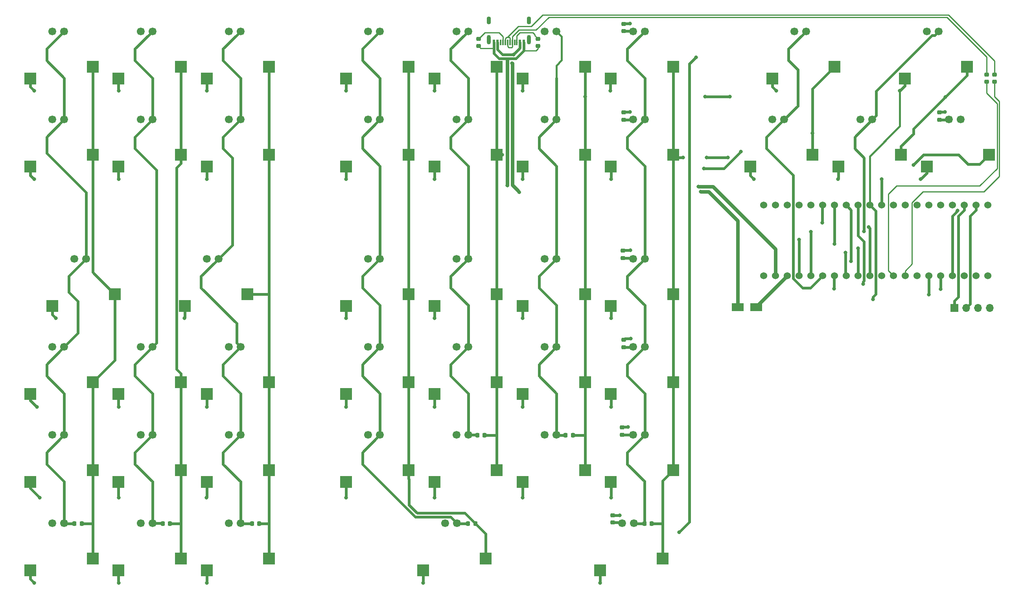
<source format=gbl>
G04 #@! TF.GenerationSoftware,KiCad,Pcbnew,(6.0.7)*
G04 #@! TF.CreationDate,2023-02-05T05:30:46+01:00*
G04 #@! TF.ProjectId,DaVinciKbd,44615669-6e63-4694-9b62-642e6b696361,rev?*
G04 #@! TF.SameCoordinates,Original*
G04 #@! TF.FileFunction,Copper,L2,Bot*
G04 #@! TF.FilePolarity,Positive*
%FSLAX46Y46*%
G04 Gerber Fmt 4.6, Leading zero omitted, Abs format (unit mm)*
G04 Created by KiCad (PCBNEW (6.0.7)) date 2023-02-05 05:30:46*
%MOMM*%
%LPD*%
G01*
G04 APERTURE LIST*
G04 Aperture macros list*
%AMRoundRect*
0 Rectangle with rounded corners*
0 $1 Rounding radius*
0 $2 $3 $4 $5 $6 $7 $8 $9 X,Y pos of 4 corners*
0 Add a 4 corners polygon primitive as box body*
4,1,4,$2,$3,$4,$5,$6,$7,$8,$9,$2,$3,0*
0 Add four circle primitives for the rounded corners*
1,1,$1+$1,$2,$3*
1,1,$1+$1,$4,$5*
1,1,$1+$1,$6,$7*
1,1,$1+$1,$8,$9*
0 Add four rect primitives between the rounded corners*
20,1,$1+$1,$2,$3,$4,$5,0*
20,1,$1+$1,$4,$5,$6,$7,0*
20,1,$1+$1,$6,$7,$8,$9,0*
20,1,$1+$1,$8,$9,$2,$3,0*%
G04 Aperture macros list end*
G04 #@! TA.AperFunction,SMDPad,CuDef*
%ADD10R,2.550000X2.500000*%
G04 #@! TD*
G04 #@! TA.AperFunction,ComponentPad*
%ADD11C,1.690600*%
G04 #@! TD*
G04 #@! TA.AperFunction,SMDPad,CuDef*
%ADD12RoundRect,0.218750X-0.218750X-0.256250X0.218750X-0.256250X0.218750X0.256250X-0.218750X0.256250X0*%
G04 #@! TD*
G04 #@! TA.AperFunction,ComponentPad*
%ADD13R,1.700000X1.700000*%
G04 #@! TD*
G04 #@! TA.AperFunction,ComponentPad*
%ADD14O,1.700000X1.700000*%
G04 #@! TD*
G04 #@! TA.AperFunction,SMDPad,CuDef*
%ADD15RoundRect,0.218750X-0.256250X0.218750X-0.256250X-0.218750X0.256250X-0.218750X0.256250X0.218750X0*%
G04 #@! TD*
G04 #@! TA.AperFunction,ComponentPad*
%ADD16C,1.524000*%
G04 #@! TD*
G04 #@! TA.AperFunction,SMDPad,CuDef*
%ADD17RoundRect,0.218750X0.256250X-0.218750X0.256250X0.218750X-0.256250X0.218750X-0.256250X-0.218750X0*%
G04 #@! TD*
G04 #@! TA.AperFunction,SMDPad,CuDef*
%ADD18R,0.600000X1.160000*%
G04 #@! TD*
G04 #@! TA.AperFunction,SMDPad,CuDef*
%ADD19R,0.300000X1.160000*%
G04 #@! TD*
G04 #@! TA.AperFunction,ComponentPad*
%ADD20O,0.900000X1.700000*%
G04 #@! TD*
G04 #@! TA.AperFunction,ComponentPad*
%ADD21O,0.900000X2.000000*%
G04 #@! TD*
G04 #@! TA.AperFunction,SMDPad,CuDef*
%ADD22R,2.500000X1.800000*%
G04 #@! TD*
G04 #@! TA.AperFunction,ViaPad*
%ADD23C,0.800000*%
G04 #@! TD*
G04 #@! TA.AperFunction,Conductor*
%ADD24C,0.600000*%
G04 #@! TD*
G04 #@! TA.AperFunction,Conductor*
%ADD25C,0.400000*%
G04 #@! TD*
G04 #@! TA.AperFunction,Conductor*
%ADD26C,0.800000*%
G04 #@! TD*
G04 #@! TA.AperFunction,Conductor*
%ADD27C,0.250000*%
G04 #@! TD*
G04 APERTURE END LIST*
D10*
X41410000Y-49540000D03*
X27985000Y-52080000D03*
D11*
X35270000Y-41920000D03*
X32730000Y-41920000D03*
D10*
X41410000Y-68540000D03*
X27985000Y-71080000D03*
D11*
X35270000Y-60920000D03*
X32730000Y-60920000D03*
D10*
X41410000Y-117540000D03*
X27985000Y-120080000D03*
D11*
X35270000Y-109920000D03*
X32730000Y-109920000D03*
D10*
X41410000Y-136540000D03*
X27985000Y-139080000D03*
D11*
X35270000Y-128920000D03*
X32730000Y-128920000D03*
D10*
X41410000Y-155540000D03*
X27985000Y-158080000D03*
D11*
X35270000Y-147920000D03*
X32730000Y-147920000D03*
D10*
X60410000Y-49540000D03*
X46985000Y-52080000D03*
D11*
X54270000Y-41920000D03*
X51730000Y-41920000D03*
D10*
X60410000Y-68540000D03*
X46985000Y-71080000D03*
D11*
X54270000Y-60920000D03*
X51730000Y-60920000D03*
D10*
X60410000Y-117540000D03*
X46985000Y-120080000D03*
D11*
X54270000Y-109920000D03*
X51730000Y-109920000D03*
D10*
X60410000Y-136540000D03*
X46985000Y-139080000D03*
D11*
X54270000Y-128920000D03*
X51730000Y-128920000D03*
D10*
X60410000Y-155540000D03*
X46985000Y-158080000D03*
D11*
X54270000Y-147920000D03*
X51730000Y-147920000D03*
D10*
X79410000Y-49540000D03*
X65985000Y-52080000D03*
D11*
X73270000Y-41920000D03*
X70730000Y-41920000D03*
D10*
X79410000Y-68540000D03*
X65985000Y-71080000D03*
D11*
X73270000Y-60920000D03*
X70730000Y-60920000D03*
D10*
X79410000Y-117540000D03*
X65985000Y-120080000D03*
D11*
X73270000Y-109920000D03*
X70730000Y-109920000D03*
D10*
X79410000Y-136540000D03*
X65985000Y-139080000D03*
D11*
X73270000Y-128920000D03*
X70730000Y-128920000D03*
D10*
X79410000Y-155540000D03*
X65985000Y-158080000D03*
D11*
X73270000Y-147920000D03*
X70730000Y-147920000D03*
D10*
X201160000Y-49540000D03*
X187735000Y-52080000D03*
D11*
X195020000Y-41920000D03*
X192480000Y-41920000D03*
D10*
X196410000Y-68540000D03*
X182985000Y-71080000D03*
D11*
X190270000Y-60920000D03*
X187730000Y-60920000D03*
D10*
X215410000Y-68540000D03*
X201985000Y-71080000D03*
D11*
X209270000Y-60920000D03*
X206730000Y-60920000D03*
D10*
X234410000Y-68540000D03*
X220985000Y-71080000D03*
D11*
X228270000Y-60920000D03*
X225730000Y-60920000D03*
D10*
X46160000Y-98540000D03*
X32735000Y-101080000D03*
D11*
X40020000Y-90920000D03*
X37480000Y-90920000D03*
D10*
X109410000Y-68540000D03*
X95985000Y-71080000D03*
D11*
X103270000Y-60920000D03*
X100730000Y-60920000D03*
D10*
X147410000Y-49540000D03*
X133985000Y-52080000D03*
D11*
X141270000Y-41920000D03*
X138730000Y-41920000D03*
D10*
X128410000Y-68540000D03*
X114985000Y-71080000D03*
D11*
X122270000Y-60920000D03*
X119730000Y-60920000D03*
D10*
X109410000Y-49540000D03*
X95985000Y-52080000D03*
D11*
X103270000Y-41920000D03*
X100730000Y-41920000D03*
D10*
X147410000Y-68540000D03*
X133985000Y-71080000D03*
D11*
X141270000Y-60920000D03*
X138730000Y-60920000D03*
D10*
X128410000Y-49540000D03*
X114985000Y-52080000D03*
D11*
X122270000Y-41920000D03*
X119730000Y-41920000D03*
D10*
X166410000Y-68540000D03*
X152985000Y-71080000D03*
D11*
X160270000Y-60920000D03*
X157730000Y-60920000D03*
D10*
X166410000Y-49540000D03*
X152985000Y-52080000D03*
D11*
X160270000Y-41920000D03*
X157730000Y-41920000D03*
D10*
X164110000Y-155540000D03*
X150685000Y-158080000D03*
D11*
X157970000Y-147920000D03*
X155430000Y-147920000D03*
D10*
X166410000Y-136540000D03*
X152985000Y-139080000D03*
D11*
X160270000Y-128920000D03*
X157730000Y-128920000D03*
D10*
X166410000Y-98540000D03*
X152985000Y-101080000D03*
D11*
X160270000Y-90920000D03*
X157730000Y-90920000D03*
D10*
X147410000Y-136540000D03*
X133985000Y-139080000D03*
D11*
X141270000Y-128920000D03*
X138730000Y-128920000D03*
D10*
X147410000Y-117540000D03*
X133985000Y-120080000D03*
D11*
X141270000Y-109920000D03*
X138730000Y-109920000D03*
D10*
X128410000Y-117540000D03*
X114985000Y-120080000D03*
D11*
X122270000Y-109920000D03*
X119730000Y-109920000D03*
D10*
X109410000Y-117540000D03*
X95985000Y-120080000D03*
D11*
X103270000Y-109920000D03*
X100730000Y-109920000D03*
D10*
X147410000Y-98540000D03*
X133985000Y-101080000D03*
D11*
X141270000Y-90920000D03*
X138730000Y-90920000D03*
D10*
X126010000Y-155540000D03*
X112585000Y-158080000D03*
D11*
X119870000Y-147920000D03*
X117330000Y-147920000D03*
D10*
X166410000Y-117540000D03*
X152985000Y-120080000D03*
D11*
X160270000Y-109920000D03*
X157730000Y-109920000D03*
D10*
X128410000Y-136540000D03*
X114985000Y-139080000D03*
D11*
X122270000Y-128920000D03*
X119730000Y-128920000D03*
D10*
X109410000Y-136540000D03*
X95985000Y-139080000D03*
D11*
X103270000Y-128920000D03*
X100730000Y-128920000D03*
D10*
X128410000Y-98540000D03*
X114985000Y-101080000D03*
D11*
X122270000Y-90920000D03*
X119730000Y-90920000D03*
D10*
X229660000Y-49540000D03*
X216235000Y-52080000D03*
D11*
X223520000Y-41920000D03*
X220980000Y-41920000D03*
D10*
X74710000Y-98540000D03*
X61285000Y-101080000D03*
D11*
X68570000Y-90920000D03*
X66030000Y-90920000D03*
D10*
X109410000Y-98540000D03*
X95985000Y-101080000D03*
D11*
X103270000Y-90920000D03*
X100730000Y-90920000D03*
D12*
X124212500Y-129000000D03*
X125787500Y-129000000D03*
D13*
X226920000Y-101500000D03*
D14*
X229460000Y-101500000D03*
X232000000Y-101500000D03*
X234540000Y-101500000D03*
D15*
X155700000Y-40312500D03*
X155700000Y-41887500D03*
X155700000Y-59412500D03*
X155700000Y-60987500D03*
X155600000Y-89212500D03*
X155600000Y-90787500D03*
X153400000Y-146212500D03*
X153400000Y-147787500D03*
X223700000Y-59412500D03*
X223700000Y-60987500D03*
D12*
X37500000Y-148000000D03*
X39075000Y-148000000D03*
X56500000Y-148000000D03*
X58075000Y-148000000D03*
X75712500Y-148000000D03*
X77287500Y-148000000D03*
X122212500Y-148000000D03*
X123787500Y-148000000D03*
X143212500Y-129000000D03*
X144787500Y-129000000D03*
X160212500Y-148000000D03*
X161787500Y-148000000D03*
D16*
X229050000Y-79380000D03*
X185870000Y-94620000D03*
X190950000Y-94620000D03*
X188410000Y-94620000D03*
X234130000Y-79380000D03*
X231590000Y-79380000D03*
X226510000Y-79380000D03*
X196030000Y-79380000D03*
X198570000Y-79380000D03*
X201110000Y-79380000D03*
X203650000Y-79380000D03*
X206190000Y-79380000D03*
X208730000Y-79380000D03*
X211270000Y-79380000D03*
X213810000Y-79380000D03*
X223970000Y-94620000D03*
X221430000Y-94620000D03*
X218890000Y-94620000D03*
X216350000Y-94620000D03*
X213810000Y-94620000D03*
X211270000Y-94620000D03*
X216350000Y-79380000D03*
X218890000Y-79380000D03*
X208730000Y-94620000D03*
X206190000Y-94620000D03*
X203650000Y-94620000D03*
X201110000Y-94620000D03*
X198570000Y-94620000D03*
X196030000Y-94620000D03*
X193490000Y-94620000D03*
X221430000Y-79380000D03*
X223970000Y-79380000D03*
X234130000Y-94620000D03*
X231590000Y-94620000D03*
X229050000Y-94620000D03*
X226510000Y-94620000D03*
X188410000Y-79380000D03*
X190950000Y-79380000D03*
X193490000Y-79380000D03*
X185870000Y-79380000D03*
D17*
X235550000Y-52787500D03*
X235550000Y-51212500D03*
D15*
X155400000Y-127312500D03*
X155400000Y-128887500D03*
X155700000Y-108412500D03*
X155700000Y-109987500D03*
D17*
X124500000Y-45087500D03*
X124500000Y-43512500D03*
X137300000Y-45087500D03*
X137300000Y-43512500D03*
X233900000Y-52787500D03*
X233900000Y-51212500D03*
D18*
X127800000Y-44310000D03*
X128600000Y-44310000D03*
D19*
X129750000Y-44310000D03*
X130750000Y-44310000D03*
X131250000Y-44310000D03*
X132250000Y-44310000D03*
D18*
X133400000Y-44310000D03*
X134200000Y-44310000D03*
X134200000Y-44310000D03*
X133400000Y-44310000D03*
D19*
X132750000Y-44310000D03*
X131750000Y-44310000D03*
X130250000Y-44310000D03*
X129250000Y-44310000D03*
D18*
X128600000Y-44310000D03*
X127800000Y-44310000D03*
D20*
X126680000Y-39560000D03*
X135320000Y-39560000D03*
D21*
X126680000Y-43730000D03*
X135320000Y-43730000D03*
D22*
X184300000Y-101400000D03*
X180300000Y-101400000D03*
D23*
X221400000Y-98700000D03*
X224000000Y-97500000D03*
X208499988Y-84099988D03*
X152900000Y-54700000D03*
X47000000Y-54700000D03*
X115000000Y-54700000D03*
X28800000Y-54700000D03*
X134000000Y-54700000D03*
X96000000Y-54700000D03*
X66000000Y-54700000D03*
X157100000Y-40200000D03*
X28800000Y-73800000D03*
X96000000Y-73800000D03*
X198500000Y-83200000D03*
X47000000Y-73800000D03*
X66000000Y-73800000D03*
X134000000Y-73800000D03*
X153000000Y-73800000D03*
X115000000Y-73800000D03*
X153000000Y-103700000D03*
X201100000Y-87700000D03*
X115000000Y-103700000D03*
X96000000Y-103700000D03*
X134000000Y-103700000D03*
X61200000Y-103700000D03*
X33500000Y-103700000D03*
X157100000Y-59300000D03*
X115000000Y-122900000D03*
X204700000Y-91500000D03*
X29400000Y-122900000D03*
X134000000Y-122900000D03*
X47000000Y-122900000D03*
X66000000Y-122900000D03*
X96000000Y-122900000D03*
X153000000Y-122900000D03*
X157200000Y-89100000D03*
X157300000Y-108100000D03*
X207300000Y-96400000D03*
X96000000Y-142400000D03*
X30000000Y-142400000D03*
X65900000Y-142400000D03*
X134000000Y-142400000D03*
X153000000Y-142400000D03*
X47000000Y-142400000D03*
X115000000Y-142400000D03*
X66000000Y-160800000D03*
X112600000Y-160800000D03*
X28800000Y-160800000D03*
X215200000Y-54700000D03*
X150700000Y-160800000D03*
X209400000Y-99700000D03*
X188600000Y-54700000D03*
X47000000Y-160800000D03*
X156700000Y-127200000D03*
X206200000Y-88700000D03*
X203500000Y-89600000D03*
X201000000Y-97400000D03*
X207452001Y-84999990D03*
X196000000Y-85099979D03*
X193500000Y-86800000D03*
X154900000Y-146200000D03*
X201900000Y-73800000D03*
X219700000Y-73800000D03*
X211300000Y-73800000D03*
X183800000Y-73800000D03*
X196410000Y-63900000D03*
X173000000Y-71500000D03*
X181000000Y-67800000D03*
X129550000Y-68500000D03*
X178600000Y-56000000D03*
X147410000Y-56000000D03*
X173300000Y-56000000D03*
X225000000Y-56050000D03*
X178200000Y-69100000D03*
X173600000Y-69100000D03*
X168500000Y-69100000D03*
X218100000Y-70700000D03*
X227662821Y-80572001D03*
X224900000Y-59300000D03*
X171300000Y-47500000D03*
X167700000Y-149900000D03*
X133250000Y-76550000D03*
X131700000Y-48750000D03*
X132000000Y-46900000D03*
X172300000Y-76500000D03*
X171800000Y-75400000D03*
X130650000Y-75150000D03*
D24*
X229050000Y-80457630D02*
X227772001Y-81735629D01*
X227772001Y-99197999D02*
X226920000Y-100050000D01*
X229050000Y-79380000D02*
X229050000Y-80457630D01*
X226920000Y-100050000D02*
X226920000Y-101500000D01*
X227772001Y-81735629D02*
X227772001Y-99197999D01*
X221430000Y-94620000D02*
X221430000Y-98670000D01*
X221430000Y-98670000D02*
X221400000Y-98700000D01*
X223970000Y-97470000D02*
X224000000Y-97500000D01*
X223970000Y-94620000D02*
X223970000Y-97470000D01*
X35270000Y-51970002D02*
X31499999Y-48200001D01*
X31499999Y-116200001D02*
X31499999Y-113690001D01*
X40020000Y-90920000D02*
X40020000Y-76679998D01*
X31499999Y-113690001D02*
X34424701Y-110765299D01*
X208730000Y-94620000D02*
X208730000Y-93542370D01*
X34424701Y-61765299D02*
X35270000Y-60920000D01*
X35270000Y-109920000D02*
X38210001Y-106979999D01*
X38210001Y-106979999D02*
X38210001Y-100119999D01*
X31499999Y-48200001D02*
X31499999Y-45690001D01*
X37500000Y-148000000D02*
X35350000Y-148000000D01*
X35350000Y-148000000D02*
X35270000Y-147920000D01*
X34424701Y-42765299D02*
X35270000Y-41920000D01*
X39174701Y-91765299D02*
X40020000Y-90920000D01*
X35270000Y-128920000D02*
X35270000Y-119970002D01*
X40020000Y-76679998D02*
X31499999Y-68159997D01*
X31499999Y-45690001D02*
X34424701Y-42765299D01*
X35270000Y-147920000D02*
X35270000Y-138970002D01*
X31499999Y-64690001D02*
X34424701Y-61765299D01*
X38210001Y-100119999D02*
X36249999Y-98159997D01*
X208730000Y-84330000D02*
X208499988Y-84099988D01*
X35270000Y-138970002D02*
X31499999Y-135200001D01*
X31499999Y-68159997D02*
X31499999Y-64690001D01*
X34424701Y-129765299D02*
X35270000Y-128920000D01*
X208730000Y-93542370D02*
X208730000Y-84330000D01*
X31499999Y-132690001D02*
X34424701Y-129765299D01*
X31499999Y-135200001D02*
X31499999Y-132690001D01*
X36249999Y-94690001D02*
X39174701Y-91765299D01*
X35270000Y-119970002D02*
X31499999Y-116200001D01*
X35270000Y-60920000D02*
X35270000Y-51970002D01*
X208730000Y-93542370D02*
X208700000Y-93512370D01*
X36249999Y-98159997D02*
X36249999Y-94690001D01*
X34424701Y-110765299D02*
X35270000Y-109920000D01*
X133985000Y-52080000D02*
X133985000Y-54685000D01*
X46985000Y-54685000D02*
X47000000Y-54700000D01*
X65985000Y-52080000D02*
X65985000Y-54685000D01*
X46985000Y-52080000D02*
X46985000Y-54685000D01*
X95985000Y-52080000D02*
X95985000Y-54685000D01*
X27985000Y-52080000D02*
X27985000Y-53885000D01*
X95985000Y-54685000D02*
X96000000Y-54700000D01*
X27985000Y-53885000D02*
X28800000Y-54700000D01*
X114985000Y-52080000D02*
X114985000Y-54685000D01*
X133985000Y-54685000D02*
X134000000Y-54700000D01*
X152900000Y-54700000D02*
X152900000Y-52165000D01*
X114985000Y-54685000D02*
X115000000Y-54700000D01*
X152900000Y-52165000D02*
X152985000Y-52080000D01*
X65985000Y-54685000D02*
X66000000Y-54700000D01*
X157100000Y-40200000D02*
X155812500Y-40200000D01*
X155812500Y-40200000D02*
X155700000Y-40312500D01*
X65985000Y-71080000D02*
X65985000Y-73785000D01*
X95985000Y-71080000D02*
X95985000Y-73785000D01*
X46985000Y-71080000D02*
X46985000Y-73785000D01*
X46985000Y-73785000D02*
X47000000Y-73800000D01*
X153000000Y-71095000D02*
X152985000Y-71080000D01*
X65985000Y-73785000D02*
X66000000Y-73800000D01*
X114985000Y-71080000D02*
X114985000Y-73785000D01*
X153000000Y-73800000D02*
X153000000Y-71095000D01*
X133985000Y-71080000D02*
X133985000Y-73785000D01*
X114985000Y-73785000D02*
X115000000Y-73800000D01*
X95985000Y-73785000D02*
X96000000Y-73800000D01*
X133985000Y-73785000D02*
X134000000Y-73800000D01*
X198500000Y-79450000D02*
X198570000Y-79380000D01*
X27985000Y-72985000D02*
X28800000Y-73800000D01*
X198500000Y-83200000D02*
X198500000Y-79450000D01*
X27985000Y-71080000D02*
X27985000Y-72985000D01*
X61235000Y-101080000D02*
X61235000Y-103665000D01*
X153000000Y-101095000D02*
X152985000Y-101080000D01*
X95985000Y-103685000D02*
X96000000Y-103700000D01*
X133985000Y-101080000D02*
X133985000Y-103685000D01*
X201110000Y-79380000D02*
X201110000Y-87690000D01*
X32735000Y-102935000D02*
X33500000Y-103700000D01*
X133985000Y-103685000D02*
X134000000Y-103700000D01*
X32735000Y-101080000D02*
X32735000Y-102935000D01*
X95985000Y-101080000D02*
X95985000Y-103685000D01*
X114985000Y-101080000D02*
X114985000Y-103685000D01*
X114985000Y-103685000D02*
X115000000Y-103700000D01*
X153000000Y-103700000D02*
X153000000Y-101095000D01*
X201110000Y-87690000D02*
X201100000Y-87700000D01*
X61235000Y-103665000D02*
X61200000Y-103700000D01*
X155812500Y-59300000D02*
X155700000Y-59412500D01*
X157100000Y-59300000D02*
X155812500Y-59300000D01*
X133985000Y-120080000D02*
X133985000Y-122885000D01*
X133985000Y-122885000D02*
X134000000Y-122900000D01*
X153000000Y-122900000D02*
X153000000Y-120095000D01*
X114985000Y-122885000D02*
X115000000Y-122900000D01*
X95985000Y-122885000D02*
X96000000Y-122900000D01*
X65985000Y-120080000D02*
X65985000Y-122885000D01*
X46985000Y-120080000D02*
X46985000Y-122885000D01*
X95985000Y-120080000D02*
X95985000Y-122885000D01*
X27985000Y-120080000D02*
X27985000Y-121485000D01*
X153000000Y-120095000D02*
X152985000Y-120080000D01*
X204700000Y-80430000D02*
X203650000Y-79380000D01*
X46985000Y-122885000D02*
X47000000Y-122900000D01*
X27985000Y-121485000D02*
X29400000Y-122900000D01*
X114985000Y-120080000D02*
X114985000Y-122885000D01*
X204700000Y-91500000D02*
X204700000Y-80430000D01*
X65985000Y-122885000D02*
X66000000Y-122900000D01*
X157200000Y-89100000D02*
X155712500Y-89100000D01*
X155712500Y-89100000D02*
X155600000Y-89212500D01*
X157300000Y-108100000D02*
X156012500Y-108100000D01*
X156012500Y-108100000D02*
X155700000Y-108412500D01*
X207452001Y-95682314D02*
X207452001Y-87252001D01*
X133985000Y-139080000D02*
X133985000Y-142385000D01*
X27985000Y-140385000D02*
X30000000Y-142400000D01*
X95985000Y-139080000D02*
X95985000Y-142385000D01*
X46985000Y-142385000D02*
X47000000Y-142400000D01*
X153000000Y-142400000D02*
X153000000Y-139095000D01*
X133985000Y-142385000D02*
X134000000Y-142400000D01*
X27985000Y-139080000D02*
X27985000Y-140385000D01*
X207300000Y-95834315D02*
X207452001Y-95682314D01*
X153000000Y-139095000D02*
X152985000Y-139080000D01*
X207300000Y-96400000D02*
X207300000Y-95834315D01*
X46985000Y-139080000D02*
X46985000Y-142385000D01*
X95985000Y-142385000D02*
X96000000Y-142400000D01*
X114985000Y-139080000D02*
X114985000Y-142385000D01*
X207452001Y-87252001D02*
X206190000Y-85990000D01*
X206190000Y-79380000D02*
X206190000Y-80457630D01*
X65985000Y-139080000D02*
X65985000Y-142315000D01*
X206190000Y-85990000D02*
X206190000Y-79380000D01*
X65985000Y-142315000D02*
X65900000Y-142400000D01*
X114985000Y-142385000D02*
X115000000Y-142400000D01*
X46985000Y-158080000D02*
X46985000Y-160785000D01*
X150700000Y-160800000D02*
X150700000Y-158095000D01*
D25*
X208730000Y-79380000D02*
X208730000Y-68822002D01*
D24*
X112585000Y-158080000D02*
X112585000Y-160785000D01*
X209992001Y-80642001D02*
X209491999Y-80141999D01*
X150700000Y-158095000D02*
X150685000Y-158080000D01*
X65985000Y-160785000D02*
X66000000Y-160800000D01*
X187735000Y-53835000D02*
X188600000Y-54700000D01*
X215200000Y-54700000D02*
X216235000Y-53665000D01*
X27985000Y-158080000D02*
X27985000Y-159985000D01*
X209400000Y-99134315D02*
X209992001Y-98542314D01*
X209491999Y-80141999D02*
X208730000Y-79380000D01*
X65985000Y-158080000D02*
X65985000Y-160785000D01*
D25*
X208730000Y-68822002D02*
X215200000Y-62352002D01*
D24*
X209992001Y-98542314D02*
X209992001Y-80642001D01*
X112585000Y-160785000D02*
X112600000Y-160800000D01*
D25*
X215200000Y-62352002D02*
X215200000Y-55265685D01*
D24*
X216235000Y-53665000D02*
X216235000Y-52080000D01*
X209400000Y-99700000D02*
X209400000Y-99134315D01*
D25*
X215200000Y-55265685D02*
X215200000Y-54700000D01*
D24*
X46985000Y-160785000D02*
X47000000Y-160800000D01*
X187735000Y-52080000D02*
X187735000Y-53835000D01*
X27985000Y-159985000D02*
X28800000Y-160800000D01*
X156700000Y-127200000D02*
X155512500Y-127200000D01*
X155512500Y-127200000D02*
X155400000Y-127312500D01*
X55115299Y-109074701D02*
X55115299Y-71815301D01*
X50499999Y-67200001D02*
X50499999Y-64690001D01*
X54270000Y-128920000D02*
X54270000Y-119970002D01*
X56420000Y-147920000D02*
X56500000Y-148000000D01*
X54270000Y-109920000D02*
X55115299Y-109074701D01*
X55115299Y-71815301D02*
X50499999Y-67200001D01*
X50499999Y-132690001D02*
X53424701Y-129765299D01*
X50499999Y-113690001D02*
X53424701Y-110765299D01*
X53424701Y-129765299D02*
X54270000Y-128920000D01*
X206200000Y-88700000D02*
X206200000Y-94610000D01*
X53424701Y-110765299D02*
X54270000Y-109920000D01*
X50499999Y-48200001D02*
X50499999Y-45690001D01*
X50499999Y-64690001D02*
X53424701Y-61765299D01*
X50499999Y-135200001D02*
X50499999Y-132690001D01*
X50499999Y-116200001D02*
X50499999Y-113690001D01*
X54270000Y-119970002D02*
X50499999Y-116200001D01*
X206200000Y-94610000D02*
X206190000Y-94620000D01*
X54270000Y-147920000D02*
X56420000Y-147920000D01*
X54270000Y-51970002D02*
X50499999Y-48200001D01*
X54270000Y-60920000D02*
X54270000Y-51970002D01*
X53424701Y-61765299D02*
X54270000Y-60920000D01*
X50499999Y-45690001D02*
X53424701Y-42765299D01*
X54270000Y-147920000D02*
X54270000Y-138970002D01*
X53424701Y-42765299D02*
X54270000Y-41920000D01*
X54270000Y-138970002D02*
X50499999Y-135200001D01*
X72424701Y-109074701D02*
X72424701Y-104874703D01*
X69499999Y-135200001D02*
X69499999Y-132690001D01*
X69499999Y-64690001D02*
X72424701Y-61765299D01*
X73270000Y-138970002D02*
X69499999Y-135200001D01*
X71460001Y-87979999D02*
X71460001Y-69160003D01*
X73270000Y-147920000D02*
X73270000Y-138970002D01*
X203500000Y-89600000D02*
X203500000Y-94470000D01*
X72424701Y-104874703D02*
X64749999Y-97200001D01*
X64749999Y-97200001D02*
X64749999Y-94690001D01*
X69499999Y-45690001D02*
X72424701Y-42765299D01*
X73270000Y-128920000D02*
X73270000Y-119970002D01*
X73270000Y-51970002D02*
X69499999Y-48200001D01*
X73270000Y-119970002D02*
X69499999Y-116200001D01*
X75712500Y-148000000D02*
X73350000Y-148000000D01*
X73350000Y-148000000D02*
X73270000Y-147920000D01*
X203500000Y-94470000D02*
X203650000Y-94620000D01*
X64749999Y-94690001D02*
X67674701Y-91765299D01*
X72424701Y-61765299D02*
X73270000Y-60920000D01*
X69499999Y-67200001D02*
X69499999Y-64690001D01*
X69499999Y-113690001D02*
X72424701Y-110765299D01*
X72424701Y-110765299D02*
X73270000Y-109920000D01*
X69499999Y-48200001D02*
X69499999Y-45690001D01*
X69499999Y-116200001D02*
X69499999Y-113690001D01*
X68520000Y-90920000D02*
X71460001Y-87979999D01*
X71460001Y-69160003D02*
X69499999Y-67200001D01*
X67674701Y-91765299D02*
X68520000Y-90920000D01*
X73270000Y-109920000D02*
X72424701Y-109074701D01*
X72424701Y-42765299D02*
X73270000Y-41920000D01*
X72424701Y-129765299D02*
X73270000Y-128920000D01*
X69499999Y-132690001D02*
X72424701Y-129765299D01*
X73270000Y-60920000D02*
X73270000Y-51970002D01*
X201000000Y-97400000D02*
X201000000Y-94730000D01*
X102424701Y-61765299D02*
X103270000Y-60920000D01*
X103270000Y-90920000D02*
X103270000Y-70970002D01*
X102424701Y-110765299D02*
X103270000Y-109920000D01*
X103270000Y-70970002D02*
X99499999Y-67200001D01*
X110874697Y-146574699D02*
X99499999Y-135200001D01*
X102424701Y-91765299D02*
X103270000Y-90920000D01*
X102424701Y-42765299D02*
X103270000Y-41920000D01*
X99499999Y-132690001D02*
X102424701Y-129765299D01*
X103270000Y-60920000D02*
X103270000Y-51970002D01*
X99499999Y-45690001D02*
X102424701Y-42765299D01*
X103270000Y-109920000D02*
X103270000Y-100970002D01*
X99499999Y-97200001D02*
X99499999Y-94690001D01*
X99499999Y-116200001D02*
X99499999Y-113690001D01*
X118524699Y-146574699D02*
X110874697Y-146574699D01*
X103270000Y-100970002D02*
X99499999Y-97200001D01*
X99499999Y-94690001D02*
X102424701Y-91765299D01*
X201000000Y-94730000D02*
X201110000Y-94620000D01*
X102424701Y-129765299D02*
X103270000Y-128920000D01*
X103270000Y-51970002D02*
X99499999Y-48200001D01*
X122212500Y-148000000D02*
X119950000Y-148000000D01*
X99499999Y-113690001D02*
X102424701Y-110765299D01*
X119950000Y-148000000D02*
X119870000Y-147920000D01*
X99499999Y-135200001D02*
X99499999Y-132690001D01*
X119870000Y-147920000D02*
X118524699Y-146574699D01*
X103270000Y-128920000D02*
X103270000Y-119970002D01*
X99499999Y-67200001D02*
X99499999Y-64690001D01*
X99499999Y-48200001D02*
X99499999Y-45690001D01*
X99499999Y-64690001D02*
X102424701Y-61765299D01*
X103270000Y-119970002D02*
X99499999Y-116200001D01*
X192212001Y-72912003D02*
X186499999Y-67200001D01*
X122270000Y-90920000D02*
X122270000Y-70970002D01*
X189424701Y-61765299D02*
X190270000Y-60920000D01*
X121424701Y-110765299D02*
X122270000Y-109920000D01*
X194252238Y-97250000D02*
X192212001Y-95209763D01*
X122270000Y-60920000D02*
X122270000Y-51970002D01*
X122270000Y-100970002D02*
X118499999Y-97200001D01*
X118499999Y-113690001D02*
X121424701Y-110765299D01*
X186499999Y-67200001D02*
X186499999Y-64690001D01*
X118499999Y-67200001D02*
X118499999Y-64690001D01*
X118499999Y-45690001D02*
X121424701Y-42765299D01*
X122270000Y-128920000D02*
X122270000Y-119970002D01*
X192212001Y-95209763D02*
X192212001Y-72912003D01*
X122270000Y-51970002D02*
X118499999Y-48200001D01*
X198570000Y-94620000D02*
X195940000Y-97250000D01*
X121424701Y-61765299D02*
X122270000Y-60920000D01*
X121424701Y-91765299D02*
X122270000Y-90920000D01*
X122270000Y-109920000D02*
X122270000Y-100970002D01*
X186499999Y-64690001D02*
X189424701Y-61765299D01*
X118499999Y-48200001D02*
X118499999Y-45690001D01*
X121424701Y-42765299D02*
X122270000Y-41920000D01*
X193210001Y-57979999D02*
X193210001Y-50160003D01*
X124132500Y-128920000D02*
X124212500Y-129000000D01*
X122270000Y-128920000D02*
X124132500Y-128920000D01*
X118499999Y-97200001D02*
X118499999Y-94690001D01*
X122270000Y-119970002D02*
X118499999Y-116200001D01*
X118499999Y-116200001D02*
X118499999Y-113690001D01*
X195940000Y-97250000D02*
X194252238Y-97250000D01*
X190270000Y-60920000D02*
X193210001Y-57979999D01*
X193210001Y-50160003D02*
X191249999Y-48200001D01*
X194174701Y-42765299D02*
X195020000Y-41920000D01*
X122270000Y-70970002D02*
X118499999Y-67200001D01*
X118499999Y-64690001D02*
X121424701Y-61765299D01*
X118499999Y-94690001D02*
X121424701Y-91765299D01*
X191249999Y-45690001D02*
X194174701Y-42765299D01*
X191249999Y-48200001D02*
X191249999Y-45690001D01*
X137499999Y-113690001D02*
X140424701Y-110765299D01*
D25*
X142400001Y-43050001D02*
X142400001Y-48137997D01*
D24*
X205499999Y-64690001D02*
X205499999Y-67200001D01*
X141270000Y-100970002D02*
X137499999Y-97200001D01*
X209270000Y-60920000D02*
X205499999Y-64690001D01*
D25*
X141270000Y-41920000D02*
X142400001Y-43050001D01*
X141270000Y-49267998D02*
X141270000Y-51970002D01*
D24*
X205499999Y-67200001D02*
X207460001Y-69160003D01*
X143212500Y-129000000D02*
X141350000Y-129000000D01*
X209270000Y-60920000D02*
X210115299Y-60074701D01*
X141270000Y-90920000D02*
X141270000Y-70970002D01*
X137499999Y-67200001D02*
X137499999Y-64690001D01*
X207460001Y-72989435D02*
X207452001Y-72997435D01*
X137499999Y-116200001D02*
X137499999Y-113690001D01*
X137499999Y-97200001D02*
X137499999Y-94690001D01*
X141270000Y-70970002D02*
X137499999Y-67200001D01*
X140424701Y-110765299D02*
X141270000Y-109920000D01*
X140424701Y-91765299D02*
X141270000Y-90920000D01*
X140424701Y-61765299D02*
X141270000Y-60920000D01*
X141270000Y-109920000D02*
X141270000Y-100970002D01*
X196030000Y-85129979D02*
X196000000Y-85099979D01*
X222124699Y-42765299D02*
X222674701Y-42765299D01*
X222674701Y-42765299D02*
X223520000Y-41920000D01*
X141270000Y-119970002D02*
X137499999Y-116200001D01*
X141350000Y-129000000D02*
X141270000Y-128920000D01*
X210115299Y-60074701D02*
X210115299Y-54774699D01*
X207460001Y-69160003D02*
X207460001Y-72989435D01*
X141270000Y-128920000D02*
X141270000Y-119970002D01*
X137499999Y-94690001D02*
X140424701Y-91765299D01*
X207452001Y-72997435D02*
X207452001Y-84434305D01*
X210115299Y-54774699D02*
X222124699Y-42765299D01*
X207452001Y-84434305D02*
X207452001Y-84999990D01*
X137499999Y-64690001D02*
X140424701Y-61765299D01*
X196030000Y-94620000D02*
X196030000Y-85129979D01*
D25*
X142400001Y-48137997D02*
X141270000Y-49267998D01*
D24*
X141270000Y-60920000D02*
X141270000Y-51970002D01*
X156499999Y-132690001D02*
X159424701Y-129765299D01*
X160270000Y-90920000D02*
X160270000Y-70970002D01*
X156499999Y-113690001D02*
X159424701Y-110765299D01*
X159424701Y-110765299D02*
X160270000Y-109920000D01*
X159424701Y-61765299D02*
X160270000Y-60920000D01*
X160270000Y-119970002D02*
X156499999Y-116200001D01*
X160270000Y-128920000D02*
X160270000Y-119970002D01*
X193490000Y-94620000D02*
X193490000Y-86810000D01*
X156499999Y-116200001D02*
X156499999Y-113690001D01*
X159424701Y-42765299D02*
X160270000Y-41920000D01*
X193490000Y-86810000D02*
X193500000Y-86800000D01*
X160270000Y-51970002D02*
X156499999Y-48200001D01*
X160212500Y-148000000D02*
X160212500Y-138912502D01*
X156499999Y-45690001D02*
X159424701Y-42765299D01*
X156499999Y-67200001D02*
X156499999Y-64690001D01*
X160270000Y-100970002D02*
X156499999Y-97200001D01*
X158050000Y-148000000D02*
X157970000Y-147920000D01*
X159424701Y-91765299D02*
X160270000Y-90920000D01*
X160270000Y-70970002D02*
X156499999Y-67200001D01*
X156499999Y-94690001D02*
X159424701Y-91765299D01*
X160212500Y-148000000D02*
X158050000Y-148000000D01*
X160212500Y-138912502D02*
X156499999Y-135200001D01*
X160270000Y-60920000D02*
X160270000Y-51970002D01*
X160270000Y-109920000D02*
X160270000Y-100970002D01*
X156499999Y-135200001D02*
X156499999Y-132690001D01*
X156499999Y-48200001D02*
X156499999Y-45690001D01*
X159424701Y-129765299D02*
X160270000Y-128920000D01*
X156499999Y-97200001D02*
X156499999Y-94690001D01*
X156499999Y-64690001D02*
X159424701Y-61765299D01*
X154900000Y-146200000D02*
X153412500Y-146200000D01*
X153412500Y-146200000D02*
X153400000Y-146212500D01*
X220985000Y-72515000D02*
X220985000Y-71080000D01*
X201985000Y-73715000D02*
X201900000Y-73800000D01*
X211270000Y-79380000D02*
X211270000Y-73830000D01*
X201985000Y-71080000D02*
X201985000Y-73715000D01*
X182985000Y-72985000D02*
X183800000Y-73800000D01*
X182985000Y-71080000D02*
X182985000Y-72985000D01*
X219700000Y-73800000D02*
X220985000Y-72515000D01*
X211270000Y-73830000D02*
X211300000Y-73800000D01*
X46135000Y-98540000D02*
X46160000Y-98540000D01*
X46160000Y-98540000D02*
X46160000Y-112815000D01*
X41410000Y-148000000D02*
X41410000Y-155540000D01*
X41435000Y-117540000D02*
X41410000Y-117540000D01*
X39075000Y-148000000D02*
X41410000Y-148000000D01*
X41410000Y-68540000D02*
X41410000Y-93815000D01*
X41410000Y-51390000D02*
X41410000Y-68540000D01*
X41410000Y-117540000D02*
X41410000Y-119390000D01*
X41410000Y-119390000D02*
X41410000Y-136540000D01*
X41410000Y-136540000D02*
X41410000Y-148000000D01*
X46160000Y-112815000D02*
X41435000Y-117540000D01*
X41410000Y-93815000D02*
X46135000Y-98540000D01*
X41410000Y-49540000D02*
X41410000Y-51390000D01*
X60310000Y-148000000D02*
X60410000Y-147900000D01*
X60410000Y-68540000D02*
X60410000Y-70390000D01*
X60410000Y-70390000D02*
X59459999Y-71340001D01*
X60410000Y-49540000D02*
X60410000Y-51390000D01*
X58075000Y-148000000D02*
X60310000Y-148000000D01*
X59459999Y-71340001D02*
X59459999Y-114739999D01*
X60410000Y-136540000D02*
X60410000Y-147900000D01*
X60410000Y-51390000D02*
X60410000Y-68540000D01*
X60410000Y-147900000D02*
X60410000Y-155540000D01*
X60410000Y-119390000D02*
X60410000Y-136540000D01*
X60410000Y-117540000D02*
X60410000Y-119390000D01*
X59459999Y-114739999D02*
X60410000Y-115690000D01*
X60410000Y-115690000D02*
X60410000Y-117540000D01*
X79410000Y-49540000D02*
X79410000Y-68540000D01*
X79410000Y-117540000D02*
X79410000Y-136540000D01*
X79410000Y-148000000D02*
X79410000Y-155540000D01*
X76595000Y-98600000D02*
X79410000Y-98600000D01*
X77287500Y-148000000D02*
X79410000Y-148000000D01*
X79410000Y-98600000D02*
X79410000Y-117540000D01*
X74660000Y-98540000D02*
X76535000Y-98540000D01*
X79410000Y-68540000D02*
X79410000Y-98600000D01*
X76535000Y-98540000D02*
X76595000Y-98600000D01*
X79410000Y-136540000D02*
X79410000Y-138390000D01*
X79410000Y-138390000D02*
X79410000Y-148000000D01*
X111274688Y-145774688D02*
X121562188Y-145774688D01*
X109500000Y-144000000D02*
X111274688Y-145774688D01*
X109410000Y-115690000D02*
X109410000Y-98540000D01*
X109410000Y-136540000D02*
X109410000Y-134690000D01*
X109410000Y-134690000D02*
X109410000Y-117540000D01*
X109410000Y-138390000D02*
X109500000Y-138480000D01*
X109410000Y-68540000D02*
X109410000Y-66690000D01*
X109410000Y-98540000D02*
X109410000Y-96690000D01*
X109410000Y-96690000D02*
X109410000Y-68540000D01*
X126010000Y-150222500D02*
X123787500Y-148000000D01*
X109410000Y-117540000D02*
X109410000Y-115690000D01*
X109500000Y-138480000D02*
X109500000Y-144000000D01*
X109410000Y-66690000D02*
X109410000Y-49540000D01*
X121562188Y-145774688D02*
X123787500Y-148000000D01*
X126010000Y-155540000D02*
X126010000Y-150222500D01*
X109410000Y-136540000D02*
X109410000Y-138390000D01*
X128410000Y-70390000D02*
X128410000Y-98540000D01*
X201135000Y-49540000D02*
X201160000Y-49540000D01*
X128410000Y-129000000D02*
X128410000Y-136540000D01*
X196410000Y-63900000D02*
X196410000Y-54265000D01*
X128410000Y-49540000D02*
X128410000Y-68540000D01*
X128410000Y-117540000D02*
X128410000Y-129000000D01*
X128410000Y-98540000D02*
X128410000Y-117540000D01*
X128410000Y-68540000D02*
X128410000Y-70390000D01*
X125787500Y-129000000D02*
X128410000Y-129000000D01*
X196410000Y-68540000D02*
X196410000Y-63900000D01*
X128410000Y-68540000D02*
X128450000Y-68500000D01*
X177300000Y-71500000D02*
X181000000Y-67800000D01*
X196410000Y-54265000D02*
X201135000Y-49540000D01*
X128450000Y-68500000D02*
X128984315Y-68500000D01*
X173000000Y-71500000D02*
X177300000Y-71500000D01*
X128984315Y-68500000D02*
X129550000Y-68500000D01*
X215410000Y-68540000D02*
X215410000Y-66690000D01*
X218100000Y-64000000D02*
X218100000Y-62950000D01*
X229660000Y-51390000D02*
X229660000Y-49540000D01*
X215410000Y-66690000D02*
X218100000Y-64000000D01*
X147410000Y-117540000D02*
X147410000Y-129000000D01*
X218100000Y-62950000D02*
X229660000Y-51390000D01*
X147410000Y-49540000D02*
X147410000Y-56000000D01*
X147410000Y-129000000D02*
X147410000Y-136540000D01*
X147410000Y-56000000D02*
X147410000Y-68540000D01*
X147410000Y-68540000D02*
X147410000Y-70390000D01*
X173300000Y-56000000D02*
X178600000Y-56000000D01*
X147410000Y-70390000D02*
X147410000Y-98540000D01*
X144787500Y-129000000D02*
X147410000Y-129000000D01*
X147410000Y-100390000D02*
X147410000Y-117540000D01*
X147410000Y-98540000D02*
X147410000Y-100390000D01*
X234385000Y-68540000D02*
X232384999Y-70540001D01*
X164110000Y-148000000D02*
X164110000Y-138815000D01*
X166410000Y-136540000D02*
X166410000Y-117540000D01*
X234410000Y-68540000D02*
X234385000Y-68540000D01*
X227849998Y-68540000D02*
X220260000Y-68540000D01*
X168500000Y-69100000D02*
X166970000Y-69100000D01*
X178200000Y-69100000D02*
X173600000Y-69100000D01*
X166385000Y-136540000D02*
X166410000Y-136540000D01*
X166970000Y-69100000D02*
X166410000Y-68540000D01*
X166410000Y-98540000D02*
X166410000Y-68540000D01*
X164110000Y-138815000D02*
X166385000Y-136540000D01*
X164110000Y-155540000D02*
X164110000Y-148000000D01*
X232384999Y-70540001D02*
X229849999Y-70540001D01*
X161787500Y-148000000D02*
X164110000Y-148000000D01*
X220260000Y-68540000D02*
X218100000Y-70700000D01*
X166410000Y-117540000D02*
X166410000Y-98540000D01*
X166410000Y-68540000D02*
X166410000Y-49540000D01*
X229849999Y-70540001D02*
X227849998Y-68540000D01*
X227262822Y-80972000D02*
X227662821Y-80572001D01*
X223812500Y-59300000D02*
X223700000Y-59412500D01*
X224900000Y-59300000D02*
X223812500Y-59300000D01*
X226510000Y-94620000D02*
X226510000Y-81724822D01*
X226510000Y-81724822D02*
X227262822Y-80972000D01*
X100650000Y-42000000D02*
X100730000Y-41920000D01*
X157697500Y-41887500D02*
X157730000Y-41920000D01*
X119650000Y-42000000D02*
X119730000Y-41920000D01*
X155700000Y-41887500D02*
X157697500Y-41887500D01*
X155700000Y-60987500D02*
X157662500Y-60987500D01*
X157662500Y-60987500D02*
X157730000Y-60920000D01*
X157597500Y-90787500D02*
X157730000Y-90920000D01*
X157650000Y-91000000D02*
X157730000Y-90920000D01*
X155600000Y-90787500D02*
X157597500Y-90787500D01*
X155700000Y-109987500D02*
X157662500Y-109987500D01*
X157662500Y-109987500D02*
X157730000Y-109920000D01*
X157650000Y-110000000D02*
X157730000Y-109920000D01*
X157697500Y-128887500D02*
X157730000Y-128920000D01*
X155400000Y-128887500D02*
X157697500Y-128887500D01*
X169900000Y-48900000D02*
X169900000Y-147700000D01*
X153400000Y-147787500D02*
X155297500Y-147787500D01*
X169900000Y-147700000D02*
X167700000Y-149900000D01*
X171300000Y-47500000D02*
X169900000Y-48900000D01*
X155297500Y-147787500D02*
X155430000Y-147920000D01*
X187650000Y-61000000D02*
X187730000Y-60920000D01*
X225662500Y-60987500D02*
X225730000Y-60920000D01*
X225650000Y-61000000D02*
X225730000Y-60920000D01*
X223700000Y-60987500D02*
X225662500Y-60987500D01*
X184300000Y-101270000D02*
X184300000Y-101400000D01*
D26*
X190950000Y-94620000D02*
X184300000Y-101270000D01*
X180300000Y-82750000D02*
X174050000Y-76500000D01*
X131700000Y-48750000D02*
X131750000Y-48800000D01*
D24*
X133400000Y-45500000D02*
X133400000Y-44310000D01*
X132000000Y-46900000D02*
X133400000Y-45500000D01*
D26*
X132850001Y-76150001D02*
X133250000Y-76550000D01*
D24*
X128600000Y-45800000D02*
X129700000Y-46900000D01*
D26*
X131750000Y-75050000D02*
X132850001Y-76150001D01*
D24*
X129700000Y-46900000D02*
X132000000Y-46900000D01*
D26*
X174050000Y-76500000D02*
X172300000Y-76500000D01*
X180300000Y-101400000D02*
X180300000Y-82750000D01*
X131750000Y-48800000D02*
X131750000Y-75050000D01*
D24*
X128600000Y-44310000D02*
X128600000Y-45800000D01*
D26*
X174950000Y-75400000D02*
X172365685Y-75400000D01*
D27*
X124961612Y-45549112D02*
X127749112Y-45549112D01*
D26*
X130650000Y-47850000D02*
X130650000Y-74584315D01*
D24*
X127800000Y-44310000D02*
X127800000Y-45600000D01*
X132500000Y-47800000D02*
X134200000Y-46100000D01*
X130700000Y-47800000D02*
X132500000Y-47800000D01*
X134200000Y-46100000D02*
X134200000Y-44310000D01*
X231590000Y-79380000D02*
X231590000Y-80457630D01*
X127800000Y-45600000D02*
X127800000Y-46700000D01*
X130095002Y-47800000D02*
X130700000Y-47800000D01*
D26*
X172365685Y-75400000D02*
X171800000Y-75400000D01*
X188410000Y-88860000D02*
X174950000Y-75400000D01*
D24*
X230327999Y-100632001D02*
X230309999Y-100650001D01*
D26*
X188410000Y-94620000D02*
X188410000Y-88860000D01*
D24*
X130700000Y-47800000D02*
X130650000Y-47850000D01*
D27*
X127749112Y-45549112D02*
X127800000Y-45600000D01*
X136825000Y-46100000D02*
X134200000Y-46100000D01*
D24*
X127800000Y-46700000D02*
X128889999Y-47789999D01*
D27*
X124500000Y-45087500D02*
X124961612Y-45549112D01*
D24*
X230309999Y-100650001D02*
X229460000Y-101500000D01*
X130085001Y-47789999D02*
X130095002Y-47800000D01*
D26*
X130650000Y-74584315D02*
X130650000Y-75150000D01*
D24*
X230327999Y-81719631D02*
X230327999Y-100632001D01*
X128889999Y-47789999D02*
X130085001Y-47789999D01*
X231590000Y-80457630D02*
X230327999Y-81719631D01*
D27*
X137300000Y-45087500D02*
X137300000Y-45625000D01*
X137300000Y-45625000D02*
X136825000Y-46100000D01*
X125812500Y-42200000D02*
X124500000Y-43512500D01*
X129750000Y-44310000D02*
X129750000Y-43050000D01*
X128900000Y-42200000D02*
X125812500Y-42200000D01*
X129750000Y-43050000D02*
X128900000Y-42200000D01*
X136600000Y-42812500D02*
X137300000Y-43512500D01*
X132750000Y-44310000D02*
X132750000Y-42850000D01*
X136600000Y-42600000D02*
X136600000Y-42812500D01*
X132750000Y-42850000D02*
X133400000Y-42200000D01*
X133400000Y-42200000D02*
X136200000Y-42200000D01*
X136200000Y-42200000D02*
X136600000Y-42600000D01*
X132750000Y-44310000D02*
X132774999Y-44310000D01*
X131250000Y-43350000D02*
X131250000Y-44310000D01*
X130530000Y-43200000D02*
X130650000Y-43200000D01*
X138300000Y-38350000D02*
X225650000Y-38350000D01*
X130250000Y-43480000D02*
X130530000Y-43200000D01*
X235550000Y-48250000D02*
X235550000Y-51212500D01*
X131100000Y-43200000D02*
X131250000Y-43350000D01*
X130530000Y-43200000D02*
X131100000Y-43200000D01*
X130250000Y-44310000D02*
X130250000Y-43480000D01*
X135850000Y-40800000D02*
X138300000Y-38350000D01*
X130650000Y-43200000D02*
X133050000Y-40800000D01*
X225650000Y-38350000D02*
X235550000Y-48250000D01*
X133050000Y-40800000D02*
X135850000Y-40800000D01*
X216350000Y-93542370D02*
X217802999Y-92089371D01*
X236600000Y-57000000D02*
X235550000Y-55950000D01*
X217802999Y-78858239D02*
X220211238Y-76450000D01*
X220211238Y-76450000D02*
X233300000Y-76450000D01*
X236600000Y-73150000D02*
X236600000Y-57000000D01*
X235550000Y-55950000D02*
X235550000Y-52787500D01*
X233300000Y-76450000D02*
X236600000Y-73150000D01*
X216350000Y-94620000D02*
X216350000Y-93542370D01*
X217802999Y-92089371D02*
X217802999Y-78858239D01*
X212722999Y-76977001D02*
X214500000Y-75200000D01*
X233900000Y-55250000D02*
X233900000Y-52787500D01*
X236150000Y-71450000D02*
X236150000Y-57500000D01*
X213810000Y-94620000D02*
X212722999Y-93532999D01*
X236150000Y-57500000D02*
X233900000Y-55250000D01*
X212722999Y-93532999D02*
X212722999Y-76977001D01*
X232400000Y-75200000D02*
X236150000Y-71450000D01*
X214500000Y-75200000D02*
X232400000Y-75200000D01*
X131750000Y-43480000D02*
X131800000Y-43430000D01*
X131800000Y-43430000D02*
X131800000Y-43000000D01*
X131750000Y-44310000D02*
X131750000Y-45250000D01*
X131600000Y-45400000D02*
X131010000Y-45400000D01*
X130750000Y-45140000D02*
X130750000Y-44310000D01*
X133200000Y-41600000D02*
X136900000Y-41600000D01*
X139650000Y-38850000D02*
X225300000Y-38850000D01*
X131750000Y-45250000D02*
X131600000Y-45400000D01*
X131750000Y-44310000D02*
X131750000Y-43480000D01*
X225300000Y-38850000D02*
X233900000Y-47450000D01*
X131010000Y-45400000D02*
X130750000Y-45140000D01*
X233900000Y-47450000D02*
X233900000Y-51212500D01*
X136900000Y-41600000D02*
X139650000Y-38850000D01*
X131800000Y-43000000D02*
X133200000Y-41600000D01*
M02*

</source>
